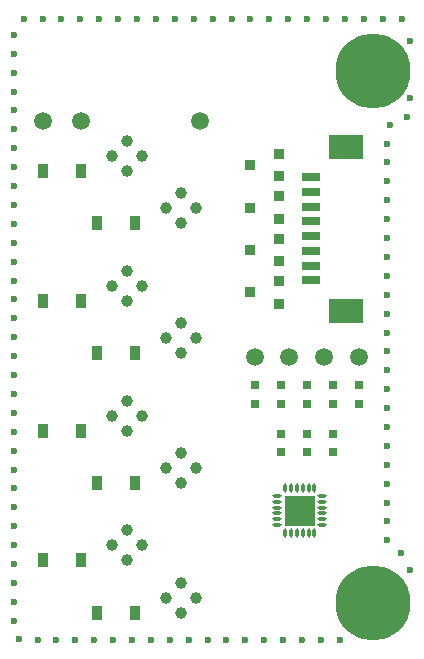
<source format=gbr>
G04*
G04 #@! TF.GenerationSoftware,Altium Limited,Altium Designer,24.1.2 (44)*
G04*
G04 Layer_Color=255*
%FSLAX44Y44*%
%MOMM*%
G71*
G04*
G04 #@! TF.SameCoordinates,1B47F422-010E-43AE-BF46-818BA779A623*
G04*
G04*
G04 #@! TF.FilePolarity,Positive*
G04*
G01*
G75*
%ADD28C,1.0000*%
%ADD29C,6.3500*%
%ADD30C,0.6000*%
%ADD31R,0.8000X0.7000*%
%ADD32C,1.5000*%
%ADD33R,0.9100X1.2200*%
%ADD34R,0.9100X1.2200*%
%ADD35R,0.9500X0.9000*%
%ADD36R,2.5000X2.5000*%
G04:AMPARAMS|DCode=37|XSize=0.2746mm|YSize=0.8048mm|CornerRadius=0.1373mm|HoleSize=0mm|Usage=FLASHONLY|Rotation=180.000|XOffset=0mm|YOffset=0mm|HoleType=Round|Shape=RoundedRectangle|*
%AMROUNDEDRECTD37*
21,1,0.2746,0.5302,0,0,180.0*
21,1,0.0000,0.8048,0,0,180.0*
1,1,0.2746,0.0000,0.2651*
1,1,0.2746,0.0000,0.2651*
1,1,0.2746,0.0000,-0.2651*
1,1,0.2746,0.0000,-0.2651*
%
%ADD37ROUNDEDRECTD37*%
G04:AMPARAMS|DCode=38|XSize=0.2746mm|YSize=0.8048mm|CornerRadius=0.1373mm|HoleSize=0mm|Usage=FLASHONLY|Rotation=270.000|XOffset=0mm|YOffset=0mm|HoleType=Round|Shape=RoundedRectangle|*
%AMROUNDEDRECTD38*
21,1,0.2746,0.5302,0,0,270.0*
21,1,0.0000,0.8048,0,0,270.0*
1,1,0.2746,-0.2651,0.0000*
1,1,0.2746,-0.2651,0.0000*
1,1,0.2746,0.2651,0.0000*
1,1,0.2746,0.2651,0.0000*
%
%ADD38ROUNDEDRECTD38*%
%ADD39R,1.6000X0.8000*%
%ADD40R,3.0000X2.1000*%
D28*
X100500Y71800D02*
D03*
X87800Y84500D02*
D03*
X113200D02*
D03*
X100500Y97200D02*
D03*
X146300Y27100D02*
D03*
X133600Y39800D02*
D03*
X159000D02*
D03*
X146300Y52500D02*
D03*
X100500Y427200D02*
D03*
X113200Y414500D02*
D03*
X87800D02*
D03*
X100500Y401800D02*
D03*
X146300Y382500D02*
D03*
X159000Y369800D02*
D03*
X133600D02*
D03*
X146300Y357100D02*
D03*
X100500Y317200D02*
D03*
X113200Y304500D02*
D03*
X87800D02*
D03*
X100500Y291800D02*
D03*
X146300Y272500D02*
D03*
X159000Y259800D02*
D03*
X133600D02*
D03*
X146300Y247100D02*
D03*
X100500Y207200D02*
D03*
X113200Y194500D02*
D03*
X87800D02*
D03*
X100500Y181800D02*
D03*
X146300Y162500D02*
D03*
X159000Y149800D02*
D03*
X133600D02*
D03*
X146300Y137100D02*
D03*
X325164Y469836D02*
D03*
X292836D02*
D03*
Y502164D02*
D03*
X325164D02*
D03*
X331860Y486000D02*
D03*
X309000Y463140D02*
D03*
X286140Y486000D02*
D03*
X309000Y508860D02*
D03*
X325164Y19835D02*
D03*
X292836D02*
D03*
Y52165D02*
D03*
X325164D02*
D03*
X331860Y36000D02*
D03*
X309000Y13140D02*
D03*
X286140Y36000D02*
D03*
X309000Y58860D02*
D03*
D29*
Y486000D02*
D03*
Y36000D02*
D03*
D30*
X333114Y530371D02*
D03*
X317114Y530356D02*
D03*
X301114D02*
D03*
X285114D02*
D03*
X269114D02*
D03*
X253114D02*
D03*
X237114D02*
D03*
X221114D02*
D03*
X205114D02*
D03*
X189114D02*
D03*
X173114D02*
D03*
X157114D02*
D03*
X141114D02*
D03*
X125114D02*
D03*
X109114D02*
D03*
X93114D02*
D03*
X77114D02*
D03*
X61114D02*
D03*
X45114D02*
D03*
X29114D02*
D03*
X13114D02*
D03*
X4644Y516782D02*
D03*
Y500782D02*
D03*
Y484782D02*
D03*
Y468782D02*
D03*
Y452782D02*
D03*
Y436782D02*
D03*
Y420782D02*
D03*
Y404782D02*
D03*
Y388782D02*
D03*
Y372782D02*
D03*
Y356782D02*
D03*
Y340782D02*
D03*
Y324782D02*
D03*
Y308782D02*
D03*
Y292782D02*
D03*
Y276782D02*
D03*
Y260782D02*
D03*
Y244782D02*
D03*
Y228782D02*
D03*
Y212782D02*
D03*
Y196782D02*
D03*
Y180782D02*
D03*
Y164782D02*
D03*
Y148782D02*
D03*
Y132782D02*
D03*
Y116782D02*
D03*
Y100782D02*
D03*
Y84782D02*
D03*
Y68782D02*
D03*
Y52782D02*
D03*
Y36782D02*
D03*
Y20782D02*
D03*
X8860Y5348D02*
D03*
X24845Y4644D02*
D03*
X40845D02*
D03*
X56845D02*
D03*
X72845D02*
D03*
X88845D02*
D03*
X104845D02*
D03*
X120845D02*
D03*
X136845D02*
D03*
X152845D02*
D03*
X168845D02*
D03*
X184845D02*
D03*
X200845D02*
D03*
X216845D02*
D03*
X232845D02*
D03*
X248845D02*
D03*
X264845D02*
D03*
X280845D02*
D03*
X340335Y63779D02*
D03*
X332650Y77812D02*
D03*
X321004Y88783D02*
D03*
X320356Y104770D02*
D03*
Y120770D02*
D03*
Y136770D02*
D03*
Y152770D02*
D03*
Y168770D02*
D03*
Y184770D02*
D03*
Y200770D02*
D03*
Y216770D02*
D03*
Y232770D02*
D03*
Y248770D02*
D03*
Y264770D02*
D03*
Y280770D02*
D03*
Y296770D02*
D03*
Y312770D02*
D03*
Y328770D02*
D03*
Y344770D02*
D03*
Y360770D02*
D03*
Y376770D02*
D03*
Y392770D02*
D03*
Y408770D02*
D03*
Y424770D02*
D03*
X323615Y440435D02*
D03*
X337961Y447520D02*
D03*
X340355Y463340D02*
D03*
Y511339D02*
D03*
D31*
X274696Y163196D02*
D03*
Y179196D02*
D03*
X208788Y204390D02*
D03*
Y220390D02*
D03*
X252725Y179206D02*
D03*
Y163206D02*
D03*
X230759D02*
D03*
Y179206D02*
D03*
X252730Y204390D02*
D03*
Y220390D02*
D03*
X230749Y220380D02*
D03*
Y204380D02*
D03*
X274701Y220390D02*
D03*
Y204390D02*
D03*
X296672Y220390D02*
D03*
Y204390D02*
D03*
D32*
Y244179D02*
D03*
X208788D02*
D03*
X267377D02*
D03*
X238083D02*
D03*
X61850Y443540D02*
D03*
X29150D02*
D03*
X162560D02*
D03*
D33*
X61850Y71800D02*
D03*
X107650Y137100D02*
D03*
X61850Y401800D02*
D03*
Y181800D02*
D03*
X107650Y357100D02*
D03*
Y247100D02*
D03*
X61850Y291800D02*
D03*
X107650Y27100D02*
D03*
D34*
X29150Y71800D02*
D03*
X74950Y137100D02*
D03*
X29150Y401800D02*
D03*
Y181800D02*
D03*
X74950Y357100D02*
D03*
Y247100D02*
D03*
X29150Y291800D02*
D03*
X74950Y27100D02*
D03*
D35*
X229708Y396954D02*
D03*
X204708Y406454D02*
D03*
X229708Y415954D02*
D03*
X229708Y361037D02*
D03*
X204708Y370537D02*
D03*
X229708Y380037D02*
D03*
Y325121D02*
D03*
X204708Y334621D02*
D03*
X229708Y344121D02*
D03*
Y289204D02*
D03*
X204708Y298704D02*
D03*
X229708Y308204D02*
D03*
D36*
X246853Y114046D02*
D03*
D37*
X259353Y133070D02*
D03*
X254353D02*
D03*
X249353D02*
D03*
X244353D02*
D03*
X239353D02*
D03*
X234353D02*
D03*
Y95022D02*
D03*
X239353D02*
D03*
X244353D02*
D03*
X249353D02*
D03*
X254353D02*
D03*
X259353D02*
D03*
D38*
X227829Y126546D02*
D03*
Y121546D02*
D03*
Y116546D02*
D03*
Y111546D02*
D03*
Y106546D02*
D03*
Y101546D02*
D03*
X265877D02*
D03*
Y106546D02*
D03*
Y111546D02*
D03*
Y116546D02*
D03*
Y121546D02*
D03*
Y126546D02*
D03*
D39*
X256794Y308848D02*
D03*
Y321348D02*
D03*
Y333848D02*
D03*
Y346348D02*
D03*
Y396348D02*
D03*
Y383848D02*
D03*
Y358848D02*
D03*
Y371348D02*
D03*
D40*
X285794Y283348D02*
D03*
Y421848D02*
D03*
M02*

</source>
